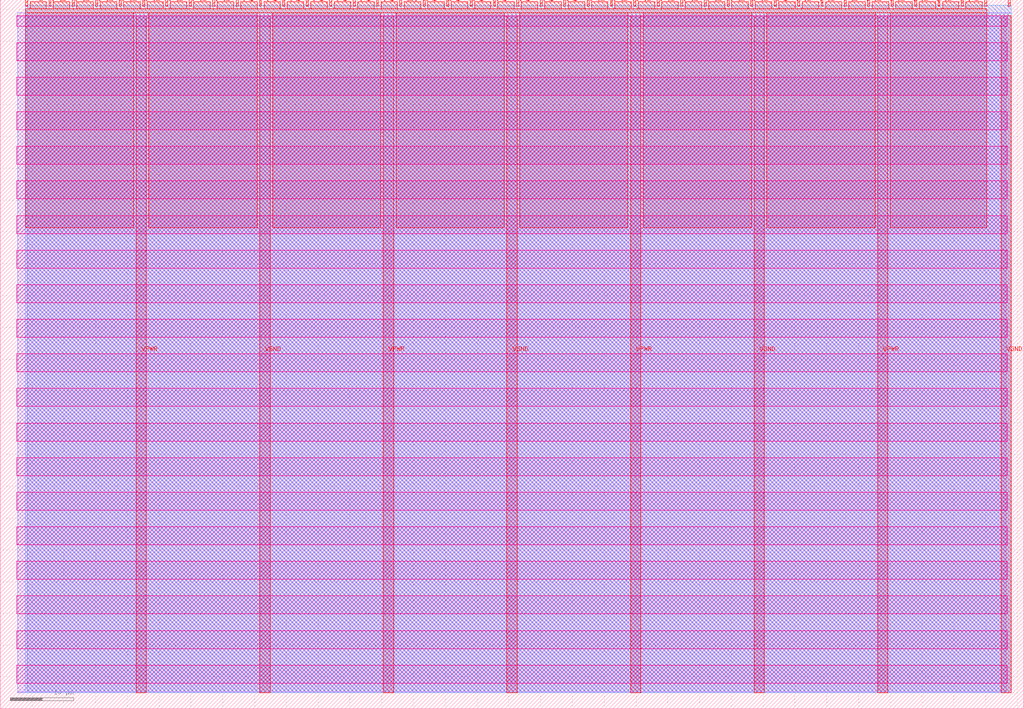
<source format=lef>
VERSION 5.7 ;
  NOWIREEXTENSIONATPIN ON ;
  DIVIDERCHAR "/" ;
  BUSBITCHARS "[]" ;
MACRO tt_um_4bit_cpu_with_fsm
  CLASS BLOCK ;
  FOREIGN tt_um_4bit_cpu_with_fsm ;
  ORIGIN 0.000 0.000 ;
  SIZE 161.000 BY 111.520 ;
  PIN VGND
    DIRECTION INOUT ;
    USE GROUND ;
    PORT
      LAYER met4 ;
        RECT 40.830 2.480 42.430 109.040 ;
    END
    PORT
      LAYER met4 ;
        RECT 79.700 2.480 81.300 109.040 ;
    END
    PORT
      LAYER met4 ;
        RECT 118.570 2.480 120.170 109.040 ;
    END
    PORT
      LAYER met4 ;
        RECT 157.440 2.480 159.040 109.040 ;
    END
  END VGND
  PIN VPWR
    DIRECTION INOUT ;
    USE POWER ;
    PORT
      LAYER met4 ;
        RECT 21.395 2.480 22.995 109.040 ;
    END
    PORT
      LAYER met4 ;
        RECT 60.265 2.480 61.865 109.040 ;
    END
    PORT
      LAYER met4 ;
        RECT 99.135 2.480 100.735 109.040 ;
    END
    PORT
      LAYER met4 ;
        RECT 138.005 2.480 139.605 109.040 ;
    END
  END VPWR
  PIN clk
    DIRECTION INPUT ;
    USE SIGNAL ;
    ANTENNAGATEAREA 0.852000 ;
    PORT
      LAYER met4 ;
        RECT 154.870 110.520 155.170 111.520 ;
    END
  END clk
  PIN ena
    DIRECTION INPUT ;
    USE SIGNAL ;
    PORT
      LAYER met4 ;
        RECT 158.550 110.520 158.850 111.520 ;
    END
  END ena
  PIN rst_n
    DIRECTION INPUT ;
    USE SIGNAL ;
    ANTENNAGATEAREA 0.213000 ;
    PORT
      LAYER met4 ;
        RECT 151.190 110.520 151.490 111.520 ;
    END
  END rst_n
  PIN ui_in[0]
    DIRECTION INPUT ;
    USE SIGNAL ;
    ANTENNAGATEAREA 0.159000 ;
    PORT
      LAYER met4 ;
        RECT 147.510 110.520 147.810 111.520 ;
    END
  END ui_in[0]
  PIN ui_in[1]
    DIRECTION INPUT ;
    USE SIGNAL ;
    ANTENNAGATEAREA 0.159000 ;
    PORT
      LAYER met4 ;
        RECT 143.830 110.520 144.130 111.520 ;
    END
  END ui_in[1]
  PIN ui_in[2]
    DIRECTION INPUT ;
    USE SIGNAL ;
    ANTENNAGATEAREA 0.213000 ;
    PORT
      LAYER met4 ;
        RECT 140.150 110.520 140.450 111.520 ;
    END
  END ui_in[2]
  PIN ui_in[3]
    DIRECTION INPUT ;
    USE SIGNAL ;
    ANTENNAGATEAREA 0.159000 ;
    PORT
      LAYER met4 ;
        RECT 136.470 110.520 136.770 111.520 ;
    END
  END ui_in[3]
  PIN ui_in[4]
    DIRECTION INPUT ;
    USE SIGNAL ;
    ANTENNAGATEAREA 0.196500 ;
    PORT
      LAYER met4 ;
        RECT 132.790 110.520 133.090 111.520 ;
    END
  END ui_in[4]
  PIN ui_in[5]
    DIRECTION INPUT ;
    USE SIGNAL ;
    ANTENNAGATEAREA 0.196500 ;
    PORT
      LAYER met4 ;
        RECT 129.110 110.520 129.410 111.520 ;
    END
  END ui_in[5]
  PIN ui_in[6]
    DIRECTION INPUT ;
    USE SIGNAL ;
    ANTENNAGATEAREA 0.196500 ;
    PORT
      LAYER met4 ;
        RECT 125.430 110.520 125.730 111.520 ;
    END
  END ui_in[6]
  PIN ui_in[7]
    DIRECTION INPUT ;
    USE SIGNAL ;
    ANTENNAGATEAREA 0.196500 ;
    PORT
      LAYER met4 ;
        RECT 121.750 110.520 122.050 111.520 ;
    END
  END ui_in[7]
  PIN uio_in[0]
    DIRECTION INPUT ;
    USE SIGNAL ;
    ANTENNAGATEAREA 0.196500 ;
    PORT
      LAYER met4 ;
        RECT 118.070 110.520 118.370 111.520 ;
    END
  END uio_in[0]
  PIN uio_in[1]
    DIRECTION INPUT ;
    USE SIGNAL ;
    PORT
      LAYER met4 ;
        RECT 114.390 110.520 114.690 111.520 ;
    END
  END uio_in[1]
  PIN uio_in[2]
    DIRECTION INPUT ;
    USE SIGNAL ;
    PORT
      LAYER met4 ;
        RECT 110.710 110.520 111.010 111.520 ;
    END
  END uio_in[2]
  PIN uio_in[3]
    DIRECTION INPUT ;
    USE SIGNAL ;
    PORT
      LAYER met4 ;
        RECT 107.030 110.520 107.330 111.520 ;
    END
  END uio_in[3]
  PIN uio_in[4]
    DIRECTION INPUT ;
    USE SIGNAL ;
    ANTENNAGATEAREA 0.126000 ;
    PORT
      LAYER met4 ;
        RECT 103.350 110.520 103.650 111.520 ;
    END
  END uio_in[4]
  PIN uio_in[5]
    DIRECTION INPUT ;
    USE SIGNAL ;
    ANTENNAGATEAREA 0.196500 ;
    PORT
      LAYER met4 ;
        RECT 99.670 110.520 99.970 111.520 ;
    END
  END uio_in[5]
  PIN uio_in[6]
    DIRECTION INPUT ;
    USE SIGNAL ;
    ANTENNAGATEAREA 0.159000 ;
    PORT
      LAYER met4 ;
        RECT 95.990 110.520 96.290 111.520 ;
    END
  END uio_in[6]
  PIN uio_in[7]
    DIRECTION INPUT ;
    USE SIGNAL ;
    ANTENNAGATEAREA 0.213000 ;
    PORT
      LAYER met4 ;
        RECT 92.310 110.520 92.610 111.520 ;
    END
  END uio_in[7]
  PIN uio_oe[0]
    DIRECTION OUTPUT TRISTATE ;
    USE SIGNAL ;
    PORT
      LAYER met4 ;
        RECT 29.750 110.520 30.050 111.520 ;
    END
  END uio_oe[0]
  PIN uio_oe[1]
    DIRECTION OUTPUT TRISTATE ;
    USE SIGNAL ;
    PORT
      LAYER met4 ;
        RECT 26.070 110.520 26.370 111.520 ;
    END
  END uio_oe[1]
  PIN uio_oe[2]
    DIRECTION OUTPUT TRISTATE ;
    USE SIGNAL ;
    PORT
      LAYER met4 ;
        RECT 22.390 110.520 22.690 111.520 ;
    END
  END uio_oe[2]
  PIN uio_oe[3]
    DIRECTION OUTPUT TRISTATE ;
    USE SIGNAL ;
    PORT
      LAYER met4 ;
        RECT 18.710 110.520 19.010 111.520 ;
    END
  END uio_oe[3]
  PIN uio_oe[4]
    DIRECTION OUTPUT TRISTATE ;
    USE SIGNAL ;
    PORT
      LAYER met4 ;
        RECT 15.030 110.520 15.330 111.520 ;
    END
  END uio_oe[4]
  PIN uio_oe[5]
    DIRECTION OUTPUT TRISTATE ;
    USE SIGNAL ;
    PORT
      LAYER met4 ;
        RECT 11.350 110.520 11.650 111.520 ;
    END
  END uio_oe[5]
  PIN uio_oe[6]
    DIRECTION OUTPUT TRISTATE ;
    USE SIGNAL ;
    PORT
      LAYER met4 ;
        RECT 7.670 110.520 7.970 111.520 ;
    END
  END uio_oe[6]
  PIN uio_oe[7]
    DIRECTION OUTPUT TRISTATE ;
    USE SIGNAL ;
    PORT
      LAYER met4 ;
        RECT 3.990 110.520 4.290 111.520 ;
    END
  END uio_oe[7]
  PIN uio_out[0]
    DIRECTION OUTPUT TRISTATE ;
    USE SIGNAL ;
    PORT
      LAYER met4 ;
        RECT 59.190 110.520 59.490 111.520 ;
    END
  END uio_out[0]
  PIN uio_out[1]
    DIRECTION OUTPUT TRISTATE ;
    USE SIGNAL ;
    PORT
      LAYER met4 ;
        RECT 55.510 110.520 55.810 111.520 ;
    END
  END uio_out[1]
  PIN uio_out[2]
    DIRECTION OUTPUT TRISTATE ;
    USE SIGNAL ;
    PORT
      LAYER met4 ;
        RECT 51.830 110.520 52.130 111.520 ;
    END
  END uio_out[2]
  PIN uio_out[3]
    DIRECTION OUTPUT TRISTATE ;
    USE SIGNAL ;
    PORT
      LAYER met4 ;
        RECT 48.150 110.520 48.450 111.520 ;
    END
  END uio_out[3]
  PIN uio_out[4]
    DIRECTION OUTPUT TRISTATE ;
    USE SIGNAL ;
    PORT
      LAYER met4 ;
        RECT 44.470 110.520 44.770 111.520 ;
    END
  END uio_out[4]
  PIN uio_out[5]
    DIRECTION OUTPUT TRISTATE ;
    USE SIGNAL ;
    PORT
      LAYER met4 ;
        RECT 40.790 110.520 41.090 111.520 ;
    END
  END uio_out[5]
  PIN uio_out[6]
    DIRECTION OUTPUT TRISTATE ;
    USE SIGNAL ;
    PORT
      LAYER met4 ;
        RECT 37.110 110.520 37.410 111.520 ;
    END
  END uio_out[6]
  PIN uio_out[7]
    DIRECTION OUTPUT TRISTATE ;
    USE SIGNAL ;
    PORT
      LAYER met4 ;
        RECT 33.430 110.520 33.730 111.520 ;
    END
  END uio_out[7]
  PIN uo_out[0]
    DIRECTION OUTPUT TRISTATE ;
    USE SIGNAL ;
    ANTENNAGATEAREA 0.465000 ;
    ANTENNADIFFAREA 0.891000 ;
    PORT
      LAYER met4 ;
        RECT 88.630 110.520 88.930 111.520 ;
    END
  END uo_out[0]
  PIN uo_out[1]
    DIRECTION OUTPUT TRISTATE ;
    USE SIGNAL ;
    ANTENNAGATEAREA 0.465000 ;
    ANTENNADIFFAREA 0.891000 ;
    PORT
      LAYER met4 ;
        RECT 84.950 110.520 85.250 111.520 ;
    END
  END uo_out[1]
  PIN uo_out[2]
    DIRECTION OUTPUT TRISTATE ;
    USE SIGNAL ;
    ANTENNAGATEAREA 0.586500 ;
    ANTENNADIFFAREA 0.891000 ;
    PORT
      LAYER met4 ;
        RECT 81.270 110.520 81.570 111.520 ;
    END
  END uo_out[2]
  PIN uo_out[3]
    DIRECTION OUTPUT TRISTATE ;
    USE SIGNAL ;
    ANTENNAGATEAREA 0.955500 ;
    ANTENNADIFFAREA 0.891000 ;
    PORT
      LAYER met4 ;
        RECT 77.590 110.520 77.890 111.520 ;
    END
  END uo_out[3]
  PIN uo_out[4]
    DIRECTION OUTPUT TRISTATE ;
    USE SIGNAL ;
    PORT
      LAYER met4 ;
        RECT 73.910 110.520 74.210 111.520 ;
    END
  END uo_out[4]
  PIN uo_out[5]
    DIRECTION OUTPUT TRISTATE ;
    USE SIGNAL ;
    PORT
      LAYER met4 ;
        RECT 70.230 110.520 70.530 111.520 ;
    END
  END uo_out[5]
  PIN uo_out[6]
    DIRECTION OUTPUT TRISTATE ;
    USE SIGNAL ;
    PORT
      LAYER met4 ;
        RECT 66.550 110.520 66.850 111.520 ;
    END
  END uo_out[6]
  PIN uo_out[7]
    DIRECTION OUTPUT TRISTATE ;
    USE SIGNAL ;
    PORT
      LAYER met4 ;
        RECT 62.870 110.520 63.170 111.520 ;
    END
  END uo_out[7]
  OBS
      LAYER nwell ;
        RECT 2.570 107.385 158.430 108.990 ;
        RECT 2.570 101.945 158.430 104.775 ;
        RECT 2.570 96.505 158.430 99.335 ;
        RECT 2.570 91.065 158.430 93.895 ;
        RECT 2.570 85.625 158.430 88.455 ;
        RECT 2.570 80.185 158.430 83.015 ;
        RECT 2.570 74.745 158.430 77.575 ;
        RECT 2.570 69.305 158.430 72.135 ;
        RECT 2.570 63.865 158.430 66.695 ;
        RECT 2.570 58.425 158.430 61.255 ;
        RECT 2.570 52.985 158.430 55.815 ;
        RECT 2.570 47.545 158.430 50.375 ;
        RECT 2.570 42.105 158.430 44.935 ;
        RECT 2.570 36.665 158.430 39.495 ;
        RECT 2.570 31.225 158.430 34.055 ;
        RECT 2.570 25.785 158.430 28.615 ;
        RECT 2.570 20.345 158.430 23.175 ;
        RECT 2.570 14.905 158.430 17.735 ;
        RECT 2.570 9.465 158.430 12.295 ;
        RECT 2.570 4.025 158.430 6.855 ;
      LAYER li1 ;
        RECT 2.760 2.635 158.240 108.885 ;
      LAYER met1 ;
        RECT 2.760 2.480 159.040 109.440 ;
      LAYER met2 ;
        RECT 4.230 2.535 159.010 110.685 ;
      LAYER met3 ;
        RECT 3.950 2.555 159.030 110.665 ;
      LAYER met4 ;
        RECT 4.690 110.120 7.270 111.170 ;
        RECT 8.370 110.120 10.950 111.170 ;
        RECT 12.050 110.120 14.630 111.170 ;
        RECT 15.730 110.120 18.310 111.170 ;
        RECT 19.410 110.120 21.990 111.170 ;
        RECT 23.090 110.120 25.670 111.170 ;
        RECT 26.770 110.120 29.350 111.170 ;
        RECT 30.450 110.120 33.030 111.170 ;
        RECT 34.130 110.120 36.710 111.170 ;
        RECT 37.810 110.120 40.390 111.170 ;
        RECT 41.490 110.120 44.070 111.170 ;
        RECT 45.170 110.120 47.750 111.170 ;
        RECT 48.850 110.120 51.430 111.170 ;
        RECT 52.530 110.120 55.110 111.170 ;
        RECT 56.210 110.120 58.790 111.170 ;
        RECT 59.890 110.120 62.470 111.170 ;
        RECT 63.570 110.120 66.150 111.170 ;
        RECT 67.250 110.120 69.830 111.170 ;
        RECT 70.930 110.120 73.510 111.170 ;
        RECT 74.610 110.120 77.190 111.170 ;
        RECT 78.290 110.120 80.870 111.170 ;
        RECT 81.970 110.120 84.550 111.170 ;
        RECT 85.650 110.120 88.230 111.170 ;
        RECT 89.330 110.120 91.910 111.170 ;
        RECT 93.010 110.120 95.590 111.170 ;
        RECT 96.690 110.120 99.270 111.170 ;
        RECT 100.370 110.120 102.950 111.170 ;
        RECT 104.050 110.120 106.630 111.170 ;
        RECT 107.730 110.120 110.310 111.170 ;
        RECT 111.410 110.120 113.990 111.170 ;
        RECT 115.090 110.120 117.670 111.170 ;
        RECT 118.770 110.120 121.350 111.170 ;
        RECT 122.450 110.120 125.030 111.170 ;
        RECT 126.130 110.120 128.710 111.170 ;
        RECT 129.810 110.120 132.390 111.170 ;
        RECT 133.490 110.120 136.070 111.170 ;
        RECT 137.170 110.120 139.750 111.170 ;
        RECT 140.850 110.120 143.430 111.170 ;
        RECT 144.530 110.120 147.110 111.170 ;
        RECT 148.210 110.120 150.790 111.170 ;
        RECT 151.890 110.120 154.470 111.170 ;
        RECT 3.975 109.440 155.185 110.120 ;
        RECT 3.975 75.655 20.995 109.440 ;
        RECT 23.395 75.655 40.430 109.440 ;
        RECT 42.830 75.655 59.865 109.440 ;
        RECT 62.265 75.655 79.300 109.440 ;
        RECT 81.700 75.655 98.735 109.440 ;
        RECT 101.135 75.655 118.170 109.440 ;
        RECT 120.570 75.655 137.605 109.440 ;
        RECT 140.005 75.655 155.185 109.440 ;
  END
END tt_um_4bit_cpu_with_fsm
END LIBRARY


</source>
